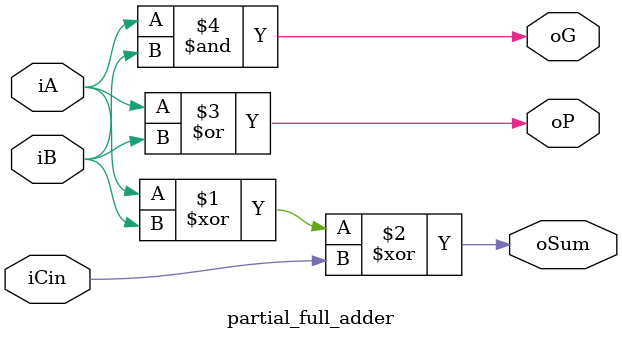
<source format=v>
`timescale 1ns / 1ps


module partial_full_adder(
    input wire iA, iB, iCin,
    output wire oSum, oP, oG
    );
    
    assign oSum = iA^iB^iCin;
    assign oP = iA | iB;
    assign oG = iA & iB;
    
endmodule

</source>
